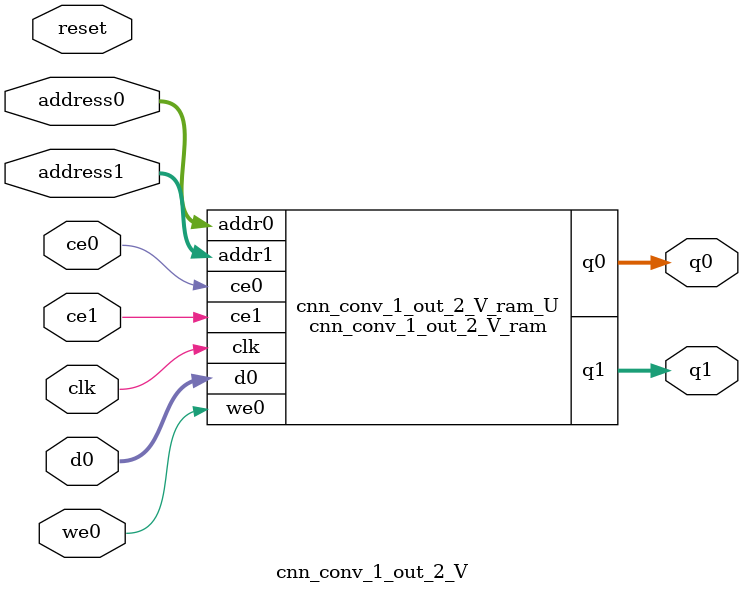
<source format=v>
`timescale 1 ns / 1 ps
module cnn_conv_1_out_2_V_ram (addr0, ce0, d0, we0, q0, addr1, ce1, q1,  clk);

parameter DWIDTH = 14;
parameter AWIDTH = 10;
parameter MEM_SIZE = 936;

input[AWIDTH-1:0] addr0;
input ce0;
input[DWIDTH-1:0] d0;
input we0;
output reg[DWIDTH-1:0] q0;
input[AWIDTH-1:0] addr1;
input ce1;
output reg[DWIDTH-1:0] q1;
input clk;

(* ram_style = "block" *)reg [DWIDTH-1:0] ram[0:MEM_SIZE-1];




always @(posedge clk)  
begin 
    if (ce0) 
    begin
        if (we0) 
        begin 
            ram[addr0] <= d0; 
        end 
        q0 <= ram[addr0];
    end
end


always @(posedge clk)  
begin 
    if (ce1) 
    begin
        q1 <= ram[addr1];
    end
end


endmodule

`timescale 1 ns / 1 ps
module cnn_conv_1_out_2_V(
    reset,
    clk,
    address0,
    ce0,
    we0,
    d0,
    q0,
    address1,
    ce1,
    q1);

parameter DataWidth = 32'd14;
parameter AddressRange = 32'd936;
parameter AddressWidth = 32'd10;
input reset;
input clk;
input[AddressWidth - 1:0] address0;
input ce0;
input we0;
input[DataWidth - 1:0] d0;
output[DataWidth - 1:0] q0;
input[AddressWidth - 1:0] address1;
input ce1;
output[DataWidth - 1:0] q1;



cnn_conv_1_out_2_V_ram cnn_conv_1_out_2_V_ram_U(
    .clk( clk ),
    .addr0( address0 ),
    .ce0( ce0 ),
    .we0( we0 ),
    .d0( d0 ),
    .q0( q0 ),
    .addr1( address1 ),
    .ce1( ce1 ),
    .q1( q1 ));

endmodule


</source>
